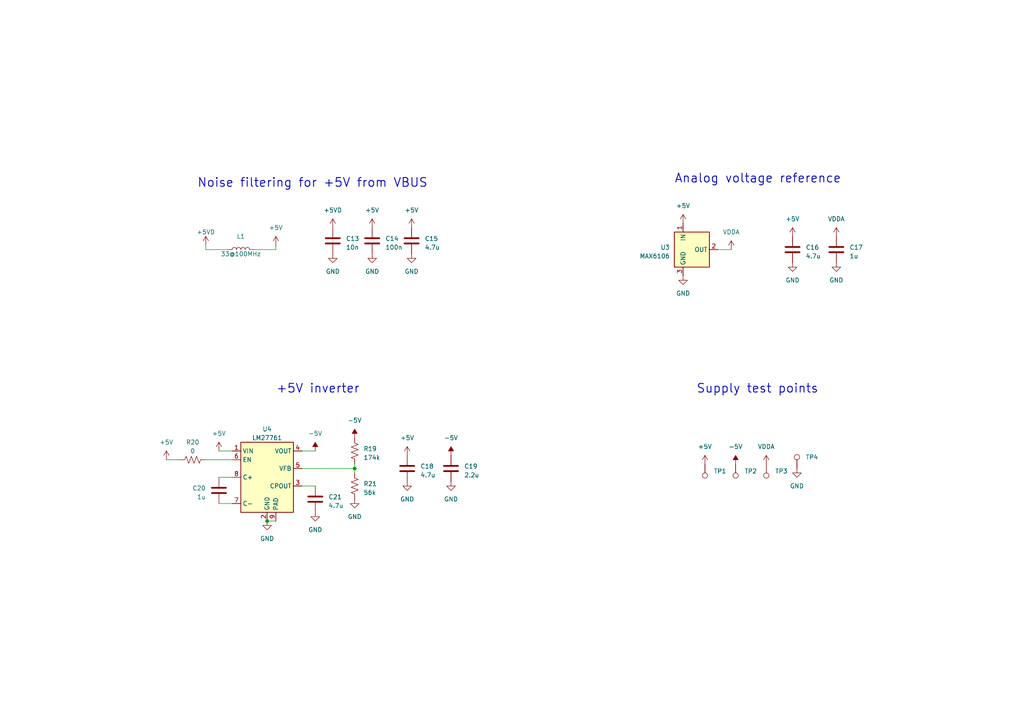
<source format=kicad_sch>
(kicad_sch (version 20230121) (generator eeschema)
  (paper "A4")
  (title_block (title "Power regulation") (date "2023-08-15") (company "bitgloo") (comment 1 "Released under the CERN Open Hardware Licence Version 2 - Strongly Reciprocal"))
  (lib_symbols
    (symbol "Connector:TestPoint" (pin_numbers hide) (pin_names (offset 0.762) hide)
      (property "Reference" "TP" (at 0 6.858 0))
      (property "Value" "TestPoint" (at 0 5.08 0))
      (symbol "TestPoint_0_1"
        (circle (center 0 3.302) (radius 0.762))
      )
      (symbol "TestPoint_1_1"
        (pin passive line (at 0 0 90) (length 2.54) (name "1") (number "1"))
      )
    )
    (symbol "Device:C" (pin_numbers hide) (pin_names (offset 0.254))
      (property "Reference" "C" (at 0.635 2.54 0))
      (property "Value" "C" (at 0.635 -2.54 0))
      (symbol "C_0_1"
        (polyline (pts (xy -2.032 -0.762) (xy 2.032 -0.762)) (stroke (width 0.508)))
        (polyline (pts (xy -2.032 0.762) (xy 2.032 0.762)) (stroke (width 0.508)))
      )
      (symbol "C_1_1"
        (pin passive line (at 0 3.81 270) (length 2.794) (name "~") (number "1"))
        (pin passive line (at 0 -3.81 90) (length 2.794) (name "~") (number "2"))
      )
    )
    (symbol "Device:L" (pin_numbers hide) (pin_names (offset 1.016) hide)
      (property "Reference" "L" (at -1.27 0 90))
      (property "Value" "L" (at 1.905 0 90))
      (symbol "L_0_1"
        (arc (start 0 -2.54) (mid 0.6323 -1.905) (end 0 -1.27))
        (arc (start 0 -1.27) (mid 0.6323 -0.635) (end 0 0))
        (arc (start 0 0) (mid 0.6323 0.635) (end 0 1.27))
        (arc (start 0 1.27) (mid 0.6323 1.905) (end 0 2.54))
      )
      (symbol "L_1_1"
        (pin passive line (at 0 3.81 270) (length 1.27) (name "1") (number "1"))
        (pin passive line (at 0 -3.81 90) (length 1.27) (name "2") (number "2"))
      )
    )
    (symbol "Device:R_US" (pin_numbers hide) (pin_names (offset 0))
      (property "Reference" "R" (at 2.54 0 90))
      (property "Value" "R_US" (at -2.54 0 90))
      (symbol "R_US_0_1"
        (polyline (pts (xy 0 -2.286) (xy 0 -2.54)))
        (polyline (pts (xy 0 2.286) (xy 0 2.54)))
        (polyline (pts (xy 0 -0.762) (xy 1.016 -1.143) (xy 0 -1.524) (xy -1.016 -1.905) (xy 0 -2.286)))
        (polyline (pts (xy 0 0.762) (xy 1.016 0.381) (xy 0 0) (xy -1.016 -0.381) (xy 0 -0.762)))
        (polyline (pts (xy 0 2.286) (xy 1.016 1.905) (xy 0 1.524) (xy -1.016 1.143) (xy 0 0.762)))
      )
      (symbol "R_US_1_1"
        (pin passive line (at 0 3.81 270) (length 1.27) (name "~") (number "1"))
        (pin passive line (at 0 -3.81 90) (length 1.27) (name "~") (number "2"))
      )
    )
    (symbol "Reference_Voltage:MAX6106"
      (property "Reference" "U" (at 0 6.35 0))
      (property "Value" "MAX6106" (at 2.54 -6.35 0))
      (symbol "MAX6106_0_1"
        (rectangle (start -5.08 5.08) (end 5.08 -5.08) (stroke (width 0.254)) (fill (type background)))
      )
      (symbol "MAX6106_1_1"
        (pin power_in line (at -2.54 7.62 270) (length 2.54) (name "IN") (number "1"))
        (pin power_out line (at 7.62 0 180) (length 2.54) (name "OUT") (number "2"))
        (pin power_in line (at -2.54 -7.62 90) (length 2.54) (name "GND") (number "3"))
      )
    )
    (symbol "Regulator_SwitchedCapacitor:LM27761"
      (property "Reference" "U" (at -6.35 11.43 0))
      (property "Value" "LM27761" (at 3.302 11.43 0))
      (symbol "LM27761_0_1"
        (rectangle (start -7.62 10.16) (end 7.62 -10.16) (stroke (width 0.254)) (fill (type background)))
      )
      (symbol "LM27761_1_1"
        (pin power_in line (at -10.16 7.62 0) (length 2.54) (name "VIN") (number "1"))
        (pin power_in line (at 0 -12.7 90) (length 2.54) (name "GND") (number "2"))
        (pin power_out line (at 10.16 -2.54 180) (length 2.54) (name "CPOUT") (number "3"))
        (pin power_out line (at 10.16 7.62 180) (length 2.54) (name "VOUT") (number "4"))
        (pin input line (at 10.16 2.54 180) (length 2.54) (name "VFB") (number "5"))
        (pin input line (at -10.16 5.08 0) (length 2.54) (name "EN") (number "6"))
        (pin passive line (at -10.16 -7.62 0) (length 2.54) (name "C-") (number "7"))
        (pin passive line (at -10.16 0 0) (length 2.54) (name "C+") (number "8"))
        (pin power_in line (at 2.54 -12.7 90) (length 2.54) (name "PAD") (number "9"))
      )
    )
    (symbol "power:+5V" (power) (pin_names (offset 0))
      (property "Value" "+5V" (at 0 3.556 0))
      (symbol "+5V_0_1"
        (polyline (pts (xy -0.762 1.27) (xy 0 2.54)))
        (polyline (pts (xy 0 0) (xy 0 2.54)))
        (polyline (pts (xy 0 2.54) (xy 0.762 1.27)))
      )
      (symbol "+5V_1_1"
        (pin power_in line (at 0 0 90) (length 0) hide (name "+5V") (number "1"))
      )
    )
    (symbol "power:+5VD" (power) (pin_names (offset 0))
      (property "Value" "+5VD" (at 0 3.556 0))
      (symbol "+5VD_0_1"
        (polyline (pts (xy -0.762 1.27) (xy 0 2.54)))
        (polyline (pts (xy 0 0) (xy 0 2.54)))
        (polyline (pts (xy 0 2.54) (xy 0.762 1.27)))
      )
      (symbol "+5VD_1_1"
        (pin power_in line (at 0 0 90) (length 0) hide (name "+5VD") (number "1"))
      )
    )
    (symbol "power:-5V" (power) (pin_names (offset 0))
      (property "Value" "-5V" (at 0 3.81 0))
      (symbol "-5V_0_0"
        (pin power_in line (at 0 0 90) (length 0) hide (name "-5V") (number "1"))
      )
      (symbol "-5V_0_1"
        (polyline (pts (xy 0 0) (xy 0 1.27) (xy 0.762 1.27) (xy 0 2.54) (xy -0.762 1.27) (xy 0 1.27)) (fill (type outline)))
      )
    )
    (symbol "power:GND" (power) (pin_names (offset 0))
      (property "Value" "GND" (at 0 -3.81 0))
      (symbol "GND_0_1"
        (polyline (pts (xy 0 0) (xy 0 -1.27) (xy 1.27 -1.27) (xy 0 -2.54) (xy -1.27 -1.27) (xy 0 -1.27)))
      )
      (symbol "GND_1_1"
        (pin power_in line (at 0 0 270) (length 0) hide (name "GND") (number "1"))
      )
    )
    (symbol "power:VDDA" (power) (pin_names (offset 0))
      (property "Value" "VDDA" (at 0 3.81 0))
      (symbol "VDDA_0_1"
        (polyline (pts (xy -0.762 1.27) (xy 0 2.54)))
        (polyline (pts (xy 0 0) (xy 0 2.54)))
        (polyline (pts (xy 0 2.54) (xy 0.762 1.27)))
      )
      (symbol "VDDA_1_1"
        (pin power_in line (at 0 0 90) (length 0) hide (name "VDDA") (number "1"))
      )
    )
  )
  (junction (at 102.87 135.89))
  (junction (at 77.47 151.13))
  (wire (pts (xy 87.63 130.81) (xy 91.44 130.81)))
  (wire (pts (xy 59.69 71.12) (xy 59.69 72.39)))
  (wire (pts (xy 59.69 133.35) (xy 67.31 133.35)))
  (wire (pts (xy 102.87 135.89) (xy 102.87 137.16)))
  (wire (pts (xy 102.87 135.89) (xy 102.87 134.62)))
  (wire (pts (xy 48.26 133.35) (xy 52.07 133.35)))
  (wire (pts (xy 80.01 71.12) (xy 80.01 72.39)))
  (wire (pts (xy 87.63 135.89) (xy 102.87 135.89)))
  (wire (pts (xy 63.5 138.43) (xy 67.31 138.43)))
  (wire (pts (xy 63.5 130.81) (xy 67.31 130.81)))
  (wire (pts (xy 208.28 72.39) (xy 212.09 72.39)))
  (wire (pts (xy 63.5 146.05) (xy 67.31 146.05)))
  (wire (pts (xy 59.69 72.39) (xy 66.04 72.39)))
  (wire (pts (xy 87.63 140.97) (xy 91.44 140.97)))
  (wire (pts (xy 73.66 72.39) (xy 80.01 72.39)))
  (wire (pts (xy 77.47 151.13) (xy 80.01 151.13)))
  (text "Analog voltage reference" (at 195.58 53.34 0) (effects (font (size 2.54 2.54) (thickness 0.254) bold) (justify left bottom)))
  (text "+5V inverter" (at 80.01 114.3 0) (effects (font (size 2.54 2.54) (thickness 0.254) bold) (justify left bottom)))
  (text "Supply test points" (at 201.93 114.3 0) (effects (font (size 2.54 2.54) (thickness 0.254) bold) (justify left bottom)))
  (text "Noise filtering for +5V from VBUS" (at 57.15 54.61 0) (effects (font (size 2.54 2.54) (thickness 0.254) bold) (justify left bottom)))
  (symbol (lib_id "power:GND") (at 231.14 135.89 0) (unit 1)
    (property "Reference" "#PWR014" (effects hide))
    (property "Value" "GND" (at 231.14 140.97 0))
    (instances (project "stmdsp_rev3" (path "" (reference "#PWR014") (unit 1))) (project "DSP PAW add-on board" (path "" (reference "#PWR034") (unit 1)) (path "" (reference "#PWR040") (unit 1))))
  )
  (symbol (lib_id "power:-5V") (at 102.87 127 0) (unit 1)
    (property "Reference" "#PWR012" (effects hide))
    (property "Value" "-5V" (at 102.87 121.92 0))
    (instances (project "stmdsp_rev3" (path "" (reference "#PWR012") (unit 1))) (project "DSP PAW add-on board" (path "" (reference "#PWR032") (unit 1)) (path "" (reference "#PWR031") (unit 1))))
  )
  (symbol (lib_id "Connector:TestPoint") (at 204.47 134.62 180) (unit 1)
    (property "Reference" "TP1" (at 207.01 136.6519 0) (effects (justify right)))
    (property "Value" "TestPoint" (effects hide))
    (property "Footprint" "TestPoint:TestPoint_Pad_D1.0mm" (effects hide))
  )
  (symbol (lib_id "Device:C") (at 118.11 135.89 0) (unit 1)
    (property "Reference" "C18" (at 121.92 135.255 0) (effects (justify left)))
    (property "Value" "4.7u" (at 121.92 137.795 0) (effects (justify left)))
    (property "Footprint" "Capacitor_SMD:C_0603_1608Metric" (effects hide))
    (property "Part Number" "CL10A475KP8NNNC" (effects hide))
  )
  (symbol (lib_id "power:+5V") (at 63.5 130.81 0) (unit 1)
    (property "Reference" "#PWR011" (effects hide))
    (property "Value" "+5V" (at 63.5 125.73 0))
    (instances (project "stmdsp_rev3" (path "" (reference "#PWR011") (unit 1))) (project "DSP PAW add-on board" (path "" (reference "#PWR030") (unit 1)) (path "" (reference "#PWR032") (unit 1))))
  )
  (symbol (lib_id "power:+5V") (at 48.26 133.35 0) (unit 1)
    (property "Reference" "#PWR011" (effects hide))
    (property "Value" "+5V" (at 48.26 128.27 0))
    (instances (project "stmdsp_rev3" (path "" (reference "#PWR011") (unit 1))) (project "DSP PAW add-on board" (path "" (reference "#PWR030") (unit 1)) (path "" (reference "#PWR036") (unit 1))))
  )
  (symbol (lib_id "Device:C") (at 63.5 142.24 0) (mirror y) (unit 1)
    (property "Reference" "C20" (at 59.69 141.605 0) (effects (justify left)))
    (property "Value" "1u" (at 59.69 144.145 0) (effects (justify left)))
    (property "Footprint" "Capacitor_SMD:C_0603_1608Metric" (effects hide))
    (property "Part Number" "CL10B105KP8NNNC" (effects hide))
  )
  (symbol (lib_id "Connector:TestPoint") (at 231.14 135.89 0) (unit 1)
    (property "Reference" "TP4" (at 233.68 132.5879 0) (effects (justify left)))
    (property "Value" "TestPoint" (effects hide))
    (property "Footprint" "TestPoint:TestPoint_Pad_D1.0mm" (effects hide))
  )
  (symbol (lib_id "Device:C") (at 242.57 72.39 0) (unit 1)
    (property "Reference" "C17" (at 246.38 71.755 0) (effects (justify left)))
    (property "Value" "1u" (at 246.38 74.295 0) (effects (justify left)))
    (property "Footprint" "Capacitor_SMD:C_0603_1608Metric" (effects hide))
    (property "Part Number" "CL10B105KP8NNNC" (effects hide))
  )
  (symbol (lib_id "Reference_Voltage:MAX6106") (at 200.66 72.39 0) (unit 1)
    (property "Reference" "U3" (at 194.31 71.755 0) (effects (justify right)))
    (property "Value" "MAX6106" (at 194.31 74.295 0) (effects (justify right)))
    (property "Footprint" "Package_TO_SOT_SMD:SOT-23" (effects hide))
    (property "Datasheet" "http://datasheets.maximintegrated.com/en/ds/MAX6100-MAX6107.pdf" (effects hide))
    (property "Part Number" "MAX6106EUR+T" (effects hide))
  )
  (symbol (lib_id "power:GND") (at 119.38 73.66 0) (unit 1)
    (property "Reference" "#PWR038" (effects hide))
    (property "Value" "GND" (at 119.38 78.74 0))
    (instances (project "stmdsp_rev3" (path "" (reference "#PWR038") (unit 1))) (project "DSP PAW add-on board" (path "" (reference "#PWR060") (unit 1)) (path "" (reference "#PWR027") (unit 1))))
  )
  (symbol (lib_id "power:GND") (at 77.47 151.13 0) (unit 1)
    (property "Reference" "#PWR014" (effects hide))
    (property "Value" "GND" (at 77.47 156.21 0))
    (instances (project "stmdsp_rev3" (path "" (reference "#PWR014") (unit 1))) (project "DSP PAW add-on board" (path "" (reference "#PWR034") (unit 1)) (path "" (reference "#PWR045") (unit 1))))
  )
  (symbol (lib_id "Device:R_US") (at 102.87 130.81 0) (unit 1)
    (property "Reference" "R19" (at 105.41 130.175 0) (effects (justify left)))
    (property "Value" "174k" (at 105.41 132.715 0) (effects (justify left)))
    (property "Footprint" "Resistor_SMD:R_0603_1608Metric" (effects hide))
    (property "Part Number" "RMCF0603FT174K" (effects hide))
  )
  (symbol (lib_id "Device:C") (at 91.44 144.78 0) (unit 1)
    (property "Reference" "C21" (at 95.25 144.145 0) (effects (justify left)))
    (property "Value" "4.7u" (at 95.25 146.685 0) (effects (justify left)))
    (property "Footprint" "Capacitor_SMD:C_0603_1608Metric" (effects hide))
    (property "Part Number" "CL10A475KP8NNNC" (effects hide))
  )
  (symbol (lib_id "power:VDDA") (at 222.25 134.62 0) (unit 1)
    (property "Reference" "#PWR013" (effects hide))
    (property "Value" "VDDA" (at 222.25 129.54 0))
    (instances (project "stmdsp_rev3" (path "" (reference "#PWR013") (unit 1))) (project "DSP PAW add-on board" (path "" (reference "#PWR033") (unit 1)) (path "" (reference "#PWR039") (unit 1))))
  )
  (symbol (lib_id "Connector:TestPoint") (at 213.36 134.62 180) (unit 1)
    (property "Reference" "TP2" (at 215.9 136.6519 0) (effects (justify right)))
    (property "Value" "TestPoint" (effects hide))
    (property "Footprint" "TestPoint:TestPoint_Pad_D1.0mm" (effects hide))
  )
  (symbol (lib_id "Device:C") (at 130.81 135.89 0) (unit 1)
    (property "Reference" "C19" (at 134.62 135.255 0) (effects (justify left)))
    (property "Value" "2.2u" (at 134.62 137.795 0) (effects (justify left)))
    (property "Footprint" "Capacitor_SMD:C_0603_1608Metric" (effects hide))
    (property "Part Number" "CL10B225KP8NNNC" (effects hide))
  )
  (symbol (lib_id "power:+5V") (at 80.01 71.12 0) (unit 1)
    (property "Reference" "#PWR033" (effects hide))
    (property "Value" "+5V" (at 80.01 66.04 0))
    (instances (project "stmdsp_rev3" (path "" (reference "#PWR033") (unit 1))) (project "DSP PAW add-on board" (path "" (reference "#PWR045") (unit 1)) (path "" (reference "#PWR023") (unit 1))))
  )
  (symbol (lib_id "power:GND") (at 96.52 73.66 0) (unit 1)
    (property "Reference" "#PWR038" (effects hide))
    (property "Value" "GND" (at 96.52 78.74 0))
    (instances (project "stmdsp_rev3" (path "" (reference "#PWR038") (unit 1))) (project "DSP PAW add-on board" (path "" (reference "#PWR058") (unit 1)) (path "" (reference "#PWR025") (unit 1))))
  )
  (symbol (lib_id "power:+5V") (at 229.87 68.58 0) (unit 1)
    (property "Reference" "#PWR011" (effects hide))
    (property "Value" "+5V" (at 229.87 63.5 0))
    (instances (project "stmdsp_rev3" (path "" (reference "#PWR011") (unit 1))) (project "DSP PAW add-on board" (path "" (reference "#PWR030") (unit 1)) (path "" (reference "#PWR020") (unit 1))))
  )
  (symbol (lib_id "Device:R_US") (at 55.88 133.35 90) (unit 1)
    (property "Reference" "R20" (at 55.88 128.27 90))
    (property "Value" "0" (at 55.88 130.81 90))
    (property "Footprint" "Resistor_SMD:R_0603_1608Metric" (effects hide))
    (property "Part Number" "RMCF0603ZT0R00" (effects hide))
  )
  (symbol (lib_id "power:+5V") (at 118.11 132.08 0) (unit 1)
    (property "Reference" "#PWR011" (effects hide))
    (property "Value" "+5V" (at 118.11 127 0))
    (instances (project "stmdsp_rev3" (path "" (reference "#PWR011") (unit 1))) (project "DSP PAW add-on board" (path "" (reference "#PWR030") (unit 1)) (path "" (reference "#PWR034") (unit 1))))
  )
  (symbol (lib_id "Device:C") (at 229.87 72.39 0) (unit 1)
    (property "Reference" "C16" (at 233.68 71.755 0) (effects (justify left)))
    (property "Value" "4.7u" (at 233.68 74.295 0) (effects (justify left)))
    (property "Footprint" "Capacitor_SMD:C_0603_1608Metric" (effects hide))
    (property "Part Number" "CL10A475KP8NNNC" (effects hide))
  )
  (symbol (lib_id "power:VDDA") (at 212.09 72.39 0) (unit 1)
    (property "Reference" "#PWR013" (effects hide))
    (property "Value" "VDDA" (at 212.09 67.31 0))
    (instances (project "stmdsp_rev3" (path "" (reference "#PWR013") (unit 1))) (project "DSP PAW add-on board" (path "" (reference "#PWR033") (unit 1)) (path "" (reference "#PWR024") (unit 1))))
  )
  (symbol (lib_id "Connector:TestPoint") (at 222.25 134.62 180) (unit 1)
    (property "Reference" "TP3" (at 224.79 136.6519 0) (effects (justify right)))
    (property "Value" "TestPoint" (effects hide))
    (property "Footprint" "TestPoint:TestPoint_Pad_D1.0mm" (effects hide))
  )
  (symbol (lib_id "Device:C") (at 119.38 69.85 0) (unit 1)
    (property "Reference" "C15" (at 123.19 69.215 0) (effects (justify left)))
    (property "Value" "4.7u" (at 123.19 71.755 0) (effects (justify left)))
    (property "Footprint" "Capacitor_SMD:C_0603_1608Metric" (effects hide))
    (property "Part Number" "CL10A475KP8NNNC" (effects hide))
  )
  (symbol (lib_id "Device:R_US") (at 102.87 140.97 0) (unit 1)
    (property "Reference" "R21" (at 105.41 140.335 0) (effects (justify left)))
    (property "Value" "56k" (at 105.41 142.875 0) (effects (justify left)))
    (property "Footprint" "Resistor_SMD:R_0603_1608Metric" (effects hide))
    (property "Part Number" "RMCF0603FT56K0" (effects hide))
  )
  (symbol (lib_id "Device:C") (at 107.95 69.85 0) (unit 1)
    (property "Reference" "C14" (at 111.76 69.215 0) (effects (justify left)))
    (property "Value" "100n" (at 111.76 71.755 0) (effects (justify left)))
    (property "Footprint" "Capacitor_SMD:C_0603_1608Metric" (effects hide))
    (property "Part Number" "CL10B104KB8NNWC" (effects hide))
  )
  (symbol (lib_id "Regulator_SwitchedCapacitor:LM27761") (at 77.47 138.43 0) (unit 1)
    (property "Reference" "U4" (at 77.47 124.46 0))
    (property "Value" "LM27761" (at 77.47 127 0))
    (property "Footprint" "Package_SON:WSON-8-1EP_2x2mm_P0.5mm_EP0.9x1.6mm" (effects hide))
    (property "Datasheet" "http://www.ti.com/lit/ds/symlink/lm27761.pdf" (effects hide))
    (property "Part Number" "LM27761DSGR" (effects hide))
  )
  (symbol (lib_id "power:-5V") (at 130.81 132.08 0) (unit 1)
    (property "Reference" "#PWR012" (effects hide))
    (property "Value" "-5V" (at 130.81 127 0))
    (instances (project "stmdsp_rev3" (path "" (reference "#PWR012") (unit 1))) (project "DSP PAW add-on board" (path "" (reference "#PWR032") (unit 1)) (path "" (reference "#PWR035") (unit 1))))
  )
  (symbol (lib_id "power:+5V") (at 119.38 66.04 0) (unit 1)
    (property "Reference" "#PWR033" (effects hide))
    (property "Value" "+5V" (at 119.38 60.96 0))
    (instances (project "stmdsp_rev3" (path "" (reference "#PWR033") (unit 1))) (project "DSP PAW add-on board" (path "" (reference "#PWR063") (unit 1)) (path "" (reference "#PWR019") (unit 1))))
  )
  (symbol (lib_id "power:GND") (at 91.44 148.59 0) (unit 1)
    (property "Reference" "#PWR014" (effects hide))
    (property "Value" "GND" (at 91.44 153.67 0))
    (instances (project "stmdsp_rev3" (path "" (reference "#PWR014") (unit 1))) (project "DSP PAW add-on board" (path "" (reference "#PWR034") (unit 1)) (path "" (reference "#PWR044") (unit 1))))
  )
  (symbol (lib_id "power:GND") (at 130.81 139.7 0) (unit 1)
    (property "Reference" "#PWR014" (effects hide))
    (property "Value" "GND" (at 130.81 144.78 0))
    (instances (project "stmdsp_rev3" (path "" (reference "#PWR014") (unit 1))) (project "DSP PAW add-on board" (path "" (reference "#PWR034") (unit 1)) (path "" (reference "#PWR042") (unit 1))))
  )
  (symbol (lib_id "power:+5VD") (at 96.52 66.04 0) (unit 1)
    (property "Reference" "#PWR017" (effects hide))
    (property "Value" "+5VD" (at 96.52 60.96 0))
  )
  (symbol (lib_id "power:+5V") (at 198.12 64.77 0) (unit 1)
    (property "Reference" "#PWR011" (effects hide))
    (property "Value" "+5V" (at 198.12 59.69 0))
    (instances (project "stmdsp_rev3" (path "" (reference "#PWR011") (unit 1))) (project "DSP PAW add-on board" (path "" (reference "#PWR030") (unit 1)) (path "" (reference "#PWR016") (unit 1))))
  )
  (symbol (lib_id "power:GND") (at 198.12 80.01 0) (unit 1)
    (property "Reference" "#PWR014" (effects hide))
    (property "Value" "GND" (at 198.12 85.09 0))
    (instances (project "stmdsp_rev3" (path "" (reference "#PWR014") (unit 1))) (project "DSP PAW add-on board" (path "" (reference "#PWR034") (unit 1)) (path "" (reference "#PWR030") (unit 1))))
  )
  (symbol (lib_id "power:+5VD") (at 59.69 71.12 0) (unit 1)
    (property "Reference" "#PWR022" (effects hide))
    (property "Value" "+5VD" (at 59.69 67.31 0))
  )
  (symbol (lib_id "power:+5V") (at 204.47 134.62 0) (unit 1)
    (property "Reference" "#PWR011" (effects hide))
    (property "Value" "+5V" (at 204.47 129.54 0))
    (instances (project "stmdsp_rev3" (path "" (reference "#PWR011") (unit 1))) (project "DSP PAW add-on board" (path "" (reference "#PWR030") (unit 1)) (path "" (reference "#PWR037") (unit 1))))
  )
  (symbol (lib_id "power:GND") (at 102.87 144.78 0) (unit 1)
    (property "Reference" "#PWR014" (effects hide))
    (property "Value" "GND" (at 102.87 149.86 0))
    (instances (project "stmdsp_rev3" (path "" (reference "#PWR014") (unit 1))) (project "DSP PAW add-on board" (path "" (reference "#PWR034") (unit 1)) (path "" (reference "#PWR043") (unit 1))))
  )
  (symbol (lib_id "power:GND") (at 118.11 139.7 0) (unit 1)
    (property "Reference" "#PWR014" (effects hide))
    (property "Value" "GND" (at 118.11 144.78 0))
    (instances (project "stmdsp_rev3" (path "" (reference "#PWR014") (unit 1))) (project "DSP PAW add-on board" (path "" (reference "#PWR034") (unit 1)) (path "" (reference "#PWR041") (unit 1))))
  )
  (symbol (lib_id "power:GND") (at 242.57 76.2 0) (unit 1)
    (property "Reference" "#PWR014" (effects hide))
    (property "Value" "GND" (at 242.57 81.28 0))
    (instances (project "stmdsp_rev3" (path "" (reference "#PWR014") (unit 1))) (project "DSP PAW add-on board" (path "" (reference "#PWR034") (unit 1)) (path "" (reference "#PWR029") (unit 1))))
  )
  (symbol (lib_id "Device:L") (at 69.85 72.39 90) (unit 1)
    (property "Reference" "L1" (at 69.85 68.58 90))
    (property "Value" "33@100MHz" (at 69.85 73.66 90))
    (property "Footprint" "Inductor_SMD:L_0603_1608Metric" (effects hide))
    (property "Part Number" "BLM18PG330SN1D" (effects hide))
  )
  (symbol (lib_id "power:VDDA") (at 242.57 68.58 0) (unit 1)
    (property "Reference" "#PWR013" (effects hide))
    (property "Value" "VDDA" (at 242.57 63.5 0))
    (instances (project "stmdsp_rev3" (path "" (reference "#PWR013") (unit 1))) (project "DSP PAW add-on board" (path "" (reference "#PWR033") (unit 1)) (path "" (reference "#PWR021") (unit 1))))
  )
  (symbol (lib_id "power:-5V") (at 91.44 130.81 0) (unit 1)
    (property "Reference" "#PWR012" (effects hide))
    (property "Value" "-5V" (at 91.44 125.73 0))
    (instances (project "stmdsp_rev3" (path "" (reference "#PWR012") (unit 1))) (project "DSP PAW add-on board" (path "" (reference "#PWR032") (unit 1)) (path "" (reference "#PWR033") (unit 1))))
  )
  (symbol (lib_id "power:+5V") (at 107.95 66.04 0) (unit 1)
    (property "Reference" "#PWR033" (effects hide))
    (property "Value" "+5V" (at 107.95 60.96 0))
    (instances (project "stmdsp_rev3" (path "" (reference "#PWR033") (unit 1))) (project "DSP PAW add-on board" (path "" (reference "#PWR062") (unit 1)) (path "" (reference "#PWR018") (unit 1))))
  )
  (symbol (lib_id "Device:C") (at 96.52 69.85 0) (unit 1)
    (property "Reference" "C13" (at 100.33 69.215 0) (effects (justify left)))
    (property "Value" "10n" (at 100.33 71.755 0) (effects (justify left)))
    (property "Footprint" "Capacitor_SMD:C_0603_1608Metric" (effects hide))
    (property "Part Number" "CC0603KRX7R9BB103" (effects hide))
  )
  (symbol (lib_id "power:-5V") (at 213.36 134.62 0) (unit 1)
    (property "Reference" "#PWR012" (effects hide))
    (property "Value" "-5V" (at 213.36 129.54 0))
    (instances (project "stmdsp_rev3" (path "" (reference "#PWR012") (unit 1))) (project "DSP PAW add-on board" (path "" (reference "#PWR032") (unit 1)) (path "" (reference "#PWR038") (unit 1))))
  )
  (symbol (lib_id "power:GND") (at 229.87 76.2 0) (unit 1)
    (property "Reference" "#PWR014" (effects hide))
    (property "Value" "GND" (at 229.87 81.28 0))
    (instances (project "stmdsp_rev3" (path "" (reference "#PWR014") (unit 1))) (project "DSP PAW add-on board" (path "" (reference "#PWR034") (unit 1)) (path "" (reference "#PWR028") (unit 1))))
  )
  (symbol (lib_id "power:GND") (at 107.95 73.66 0) (unit 1)
    (property "Reference" "#PWR038" (effects hide))
    (property "Value" "GND" (at 107.95 78.74 0))
    (instances (project "stmdsp_rev3" (path "" (reference "#PWR038") (unit 1))) (project "DSP PAW add-on board" (path "" (reference "#PWR059") (unit 1)) (path "" (reference "#PWR026") (unit 1))))
  )
)
</source>
